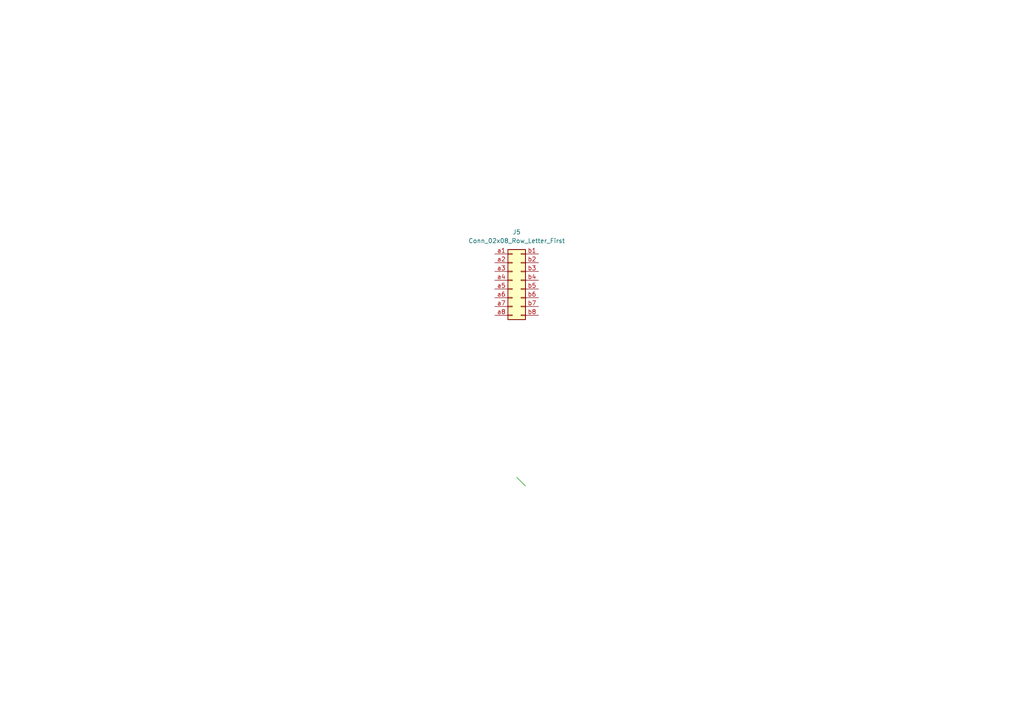
<source format=kicad_sch>
(kicad_sch (version 20230121) (generator eeschema)
  (paper "A4")
  (lib_symbols
    (symbol "Connector_Generic:Conn_02x08_Row_Letter_First" (pin_names (offset 1.016) hide)
      (property "Reference" "J" (at 1.27 10.16 0))
      (property "Value" "Conn_02x08_Row_Letter_First" (at 1.27 -12.7 0))
      (symbol "Conn_02x08_Row_Letter_First_1_1"
        (rectangle (start -1.27 -10.033) (end 0 -10.287) (stroke (width 0.1524)))
        (rectangle (start -1.27 -7.493) (end 0 -7.747) (stroke (width 0.1524)))
        (rectangle (start -1.27 -4.953) (end 0 -5.207) (stroke (width 0.1524)))
        (rectangle (start -1.27 -2.413) (end 0 -2.667) (stroke (width 0.1524)))
        (rectangle (start -1.27 0.127) (end 0 -0.127) (stroke (width 0.1524)))
        (rectangle (start -1.27 2.667) (end 0 2.413) (stroke (width 0.1524)))
        (rectangle (start -1.27 5.207) (end 0 4.953) (stroke (width 0.1524)))
        (rectangle (start -1.27 7.747) (end 0 7.493) (stroke (width 0.1524)))
        (rectangle (start -1.27 8.89) (end 3.81 -11.43) (stroke (width 0.254)) (fill (type background)))
        (rectangle (start 3.81 -10.033) (end 2.54 -10.287) (stroke (width 0.1524)))
        (rectangle (start 3.81 -7.493) (end 2.54 -7.747) (stroke (width 0.1524)))
        (rectangle (start 3.81 -4.953) (end 2.54 -5.207) (stroke (width 0.1524)))
        (rectangle (start 3.81 -2.413) (end 2.54 -2.667) (stroke (width 0.1524)))
        (rectangle (start 3.81 0.127) (end 2.54 -0.127) (stroke (width 0.1524)))
        (rectangle (start 3.81 2.667) (end 2.54 2.413) (stroke (width 0.1524)))
        (rectangle (start 3.81 5.207) (end 2.54 4.953) (stroke (width 0.1524)))
        (rectangle (start 3.81 7.747) (end 2.54 7.493) (stroke (width 0.1524)))
        (pin passive line (at -5.08 7.62 0) (length 3.81) (name "Pin_a1") (number "a1"))
        (pin passive line (at -5.08 5.08 0) (length 3.81) (name "Pin_a2") (number "a2"))
        (pin passive line (at -5.08 2.54 0) (length 3.81) (name "Pin_a3") (number "a3"))
        (pin passive line (at -5.08 0 0) (length 3.81) (name "Pin_a4") (number "a4"))
        (pin passive line (at -5.08 -2.54 0) (length 3.81) (name "Pin_a5") (number "a5"))
        (pin passive line (at -5.08 -5.08 0) (length 3.81) (name "Pin_a6") (number "a6"))
        (pin passive line (at -5.08 -7.62 0) (length 3.81) (name "Pin_a7") (number "a7"))
        (pin passive line (at -5.08 -10.16 0) (length 3.81) (name "Pin_a8") (number "a8"))
        (pin passive line (at 7.62 7.62 180) (length 3.81) (name "Pin_b1") (number "b1"))
        (pin passive line (at 7.62 5.08 180) (length 3.81) (name "Pin_b2") (number "b2"))
        (pin passive line (at 7.62 2.54 180) (length 3.81) (name "Pin_b3") (number "b3"))
        (pin passive line (at 7.62 0 180) (length 3.81) (name "Pin_b4") (number "b4"))
        (pin passive line (at 7.62 -2.54 180) (length 3.81) (name "Pin_b5") (number "b5"))
        (pin passive line (at 7.62 -5.08 180) (length 3.81) (name "Pin_b6") (number "b6"))
        (pin passive line (at 7.62 -7.62 180) (length 3.81) (name "Pin_b7") (number "b7"))
        (pin passive line (at 7.62 -10.16 180) (length 3.81) (name "Pin_b8") (number "b8"))
      )
    )
  )
  (bus_entry (at 149.86 138.43) (size 2.54 2.54))
  (symbol (lib_id "Connector_Generic:Conn_02x08_Row_Letter_First") (at 148.59 81.28 0) (unit 1)
    (property "Reference" "J5" (at 149.86 67.31 0))
    (property "Value" "Conn_02x08_Row_Letter_First" (at 149.86 69.85 0))
    (property "Footprint" "Connector_PinSocket_2.54mm:PinSocket_2x08_P2.54mm_Vertical" (effects hide))
  )
)
</source>
